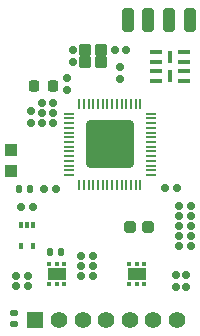
<source format=gbr>
%TF.GenerationSoftware,KiCad,Pcbnew,9.0.0*%
%TF.CreationDate,2025-04-27T20:52:48-05:00*%
%TF.ProjectId,ESP32_S3_CAM,45535033-325f-4533-935f-43414d2e6b69,rev?*%
%TF.SameCoordinates,Original*%
%TF.FileFunction,Soldermask,Top*%
%TF.FilePolarity,Negative*%
%FSLAX46Y46*%
G04 Gerber Fmt 4.6, Leading zero omitted, Abs format (unit mm)*
G04 Created by KiCad (PCBNEW 9.0.0) date 2025-04-27 20:52:48*
%MOMM*%
%LPD*%
G01*
G04 APERTURE LIST*
G04 Aperture macros list*
%AMRoundRect*
0 Rectangle with rounded corners*
0 $1 Rounding radius*
0 $2 $3 $4 $5 $6 $7 $8 $9 X,Y pos of 4 corners*
0 Add a 4 corners polygon primitive as box body*
4,1,4,$2,$3,$4,$5,$6,$7,$8,$9,$2,$3,0*
0 Add four circle primitives for the rounded corners*
1,1,$1+$1,$2,$3*
1,1,$1+$1,$4,$5*
1,1,$1+$1,$6,$7*
1,1,$1+$1,$8,$9*
0 Add four rect primitives between the rounded corners*
20,1,$1+$1,$2,$3,$4,$5,0*
20,1,$1+$1,$4,$5,$6,$7,0*
20,1,$1+$1,$6,$7,$8,$9,0*
20,1,$1+$1,$8,$9,$2,$3,0*%
G04 Aperture macros list end*
%ADD10RoundRect,0.159000X-0.159000X-0.189000X0.159000X-0.189000X0.159000X0.189000X-0.159000X0.189000X0*%
%ADD11RoundRect,0.250000X-0.250000X-0.750000X0.250000X-0.750000X0.250000X0.750000X-0.250000X0.750000X0*%
%ADD12RoundRect,0.159000X0.159000X0.189000X-0.159000X0.189000X-0.159000X-0.189000X0.159000X-0.189000X0*%
%ADD13RoundRect,0.147500X-0.147500X-0.172500X0.147500X-0.172500X0.147500X0.172500X-0.147500X0.172500X0*%
%ADD14RoundRect,0.093750X-0.106250X0.093750X-0.106250X-0.093750X0.106250X-0.093750X0.106250X0.093750X0*%
%ADD15R,1.600000X1.000000*%
%ADD16RoundRect,0.159000X0.189000X-0.159000X0.189000X0.159000X-0.189000X0.159000X-0.189000X-0.159000X0*%
%ADD17R,0.304800X0.533400*%
%ADD18R,0.300000X1.000000*%
%ADD19R,1.000000X0.400000*%
%ADD20RoundRect,0.159000X-0.189000X0.159000X-0.189000X-0.159000X0.189000X-0.159000X0.189000X0.159000X0*%
%ADD21RoundRect,0.147500X0.147500X0.172500X-0.147500X0.172500X-0.147500X-0.172500X0.147500X-0.172500X0*%
%ADD22RoundRect,0.220000X0.220000X0.255000X-0.220000X0.255000X-0.220000X-0.255000X0.220000X-0.255000X0*%
%ADD23R,1.000000X1.000000*%
%ADD24RoundRect,0.147500X-0.172500X0.147500X-0.172500X-0.147500X0.172500X-0.147500X0.172500X0.147500X0*%
%ADD25RoundRect,0.050000X-0.350000X-0.050000X0.350000X-0.050000X0.350000X0.050000X-0.350000X0.050000X0*%
%ADD26RoundRect,0.050000X-0.050000X-0.350000X0.050000X-0.350000X0.050000X0.350000X-0.050000X0.350000X0*%
%ADD27C,0.500000*%
%ADD28RoundRect,0.250000X-1.750000X-1.750000X1.750000X-1.750000X1.750000X1.750000X-1.750000X1.750000X0*%
%ADD29RoundRect,0.102000X-0.425000X-0.375000X0.425000X-0.375000X0.425000X0.375000X-0.425000X0.375000X0*%
%ADD30RoundRect,0.244000X0.244000X0.269000X-0.244000X0.269000X-0.244000X-0.269000X0.244000X-0.269000X0*%
%ADD31R,1.400000X1.400000*%
%ADD32C,1.400000*%
G04 APERTURE END LIST*
D10*
%TO.C,R5*%
X155020000Y-79100000D03*
X156020000Y-79100000D03*
%TD*%
%TO.C,C5*%
X165500000Y-86325000D03*
X166500000Y-86325000D03*
%TD*%
D11*
%TO.C,J7*%
X164076667Y-72080000D03*
%TD*%
D12*
%TO.C,C13*%
X153870000Y-94620000D03*
X152870000Y-94620000D03*
%TD*%
D10*
%TO.C,C16*%
X158370000Y-93746879D03*
X159370000Y-93746879D03*
%TD*%
D13*
%TO.C,D1*%
X155725000Y-91750000D03*
X156695000Y-91750000D03*
%TD*%
D14*
%TO.C,U3*%
X156955000Y-92712500D03*
X156305000Y-92712500D03*
X155655000Y-92712500D03*
X155655000Y-94487500D03*
X156305000Y-94487500D03*
X156955000Y-94487500D03*
D15*
X156305000Y-93600000D03*
%TD*%
D16*
%TO.C,C8*%
X161625000Y-77050000D03*
X161625000Y-76050000D03*
%TD*%
D14*
%TO.C,U4*%
X163730000Y-92712500D03*
X163080000Y-92712500D03*
X162430000Y-92712500D03*
X162430000Y-94487500D03*
X163080000Y-94487500D03*
X163730000Y-94487500D03*
D15*
X163080000Y-93600000D03*
%TD*%
D10*
%TO.C,C3*%
X166700000Y-89510000D03*
X167700000Y-89510000D03*
%TD*%
D17*
%TO.C,U5*%
X154259999Y-89476400D03*
X153760000Y-89476400D03*
X153260001Y-89476400D03*
X153260001Y-91203600D03*
X154259999Y-91203600D03*
%TD*%
D18*
%TO.C,U2*%
X165900000Y-75225000D03*
X165900000Y-76825000D03*
D19*
X164700000Y-74825000D03*
X164700000Y-75625000D03*
X164700000Y-76425000D03*
X164700000Y-77225000D03*
X167100000Y-77225000D03*
X167100000Y-76425000D03*
X167100000Y-75625000D03*
X167100000Y-74825000D03*
%TD*%
D10*
%TO.C,FB2*%
X158370000Y-92896879D03*
X159370000Y-92896879D03*
%TD*%
D20*
%TO.C,R3*%
X166423333Y-93660000D03*
X166423333Y-94660000D03*
%TD*%
D16*
%TO.C,C14*%
X157175000Y-78010000D03*
X157175000Y-77010000D03*
%TD*%
D12*
%TO.C,R9*%
X156230000Y-86400000D03*
X155230000Y-86400000D03*
%TD*%
D10*
%TO.C,C22*%
X153260000Y-87960000D03*
X154260000Y-87960000D03*
%TD*%
%TO.C,C4*%
X166700000Y-88660000D03*
X167700000Y-88660000D03*
%TD*%
D21*
%TO.C,D3*%
X154045000Y-86400000D03*
X153075000Y-86400000D03*
%TD*%
D22*
%TO.C,FB1*%
X155980000Y-77680000D03*
X154400000Y-77680000D03*
%TD*%
D10*
%TO.C,R2*%
X166700000Y-87810000D03*
X167700000Y-87810000D03*
%TD*%
D12*
%TO.C,C12*%
X153870000Y-93770000D03*
X152870000Y-93770000D03*
%TD*%
D10*
%TO.C,C10*%
X166700000Y-91210000D03*
X167700000Y-91210000D03*
%TD*%
D11*
%TO.C,J6*%
X162330000Y-72080000D03*
%TD*%
D23*
%TO.C,J8*%
X152410000Y-84880000D03*
%TD*%
D12*
%TO.C,C19*%
X159370000Y-92050000D03*
X158370000Y-92050000D03*
%TD*%
D24*
%TO.C,D2*%
X152660000Y-96865000D03*
X152660000Y-97835000D03*
%TD*%
D10*
%TO.C,R7*%
X155020000Y-80800000D03*
X156020000Y-80800000D03*
%TD*%
D23*
%TO.C,J9*%
X152410000Y-83140000D03*
%TD*%
D11*
%TO.C,J4*%
X165823333Y-72080000D03*
%TD*%
%TO.C,J5*%
X167570000Y-72080000D03*
%TD*%
D25*
%TO.C,U1*%
X157350000Y-80020000D03*
X157350000Y-80420000D03*
X157350000Y-80820000D03*
X157350000Y-81220000D03*
X157350000Y-81620000D03*
X157350000Y-82020000D03*
X157350000Y-82420000D03*
X157350000Y-82820000D03*
X157350000Y-83220000D03*
X157350000Y-83620000D03*
X157350000Y-84020000D03*
X157350000Y-84420000D03*
X157350000Y-84820000D03*
X157350000Y-85220000D03*
D26*
X158200000Y-86070000D03*
X158600000Y-86070000D03*
X159000000Y-86070000D03*
X159400000Y-86070000D03*
X159800000Y-86070000D03*
X160200000Y-86070000D03*
X160600000Y-86070000D03*
X161000000Y-86070000D03*
X161400000Y-86070000D03*
X161800000Y-86070000D03*
X162200000Y-86070000D03*
X162600000Y-86070000D03*
X163000000Y-86070000D03*
X163400000Y-86070000D03*
D25*
X164250000Y-85220000D03*
X164250000Y-84820000D03*
X164250000Y-84420000D03*
X164250000Y-84020000D03*
X164250000Y-83620000D03*
X164250000Y-83220000D03*
X164250000Y-82820000D03*
X164250000Y-82420000D03*
X164250000Y-82020000D03*
X164250000Y-81620000D03*
X164250000Y-81220000D03*
X164250000Y-80820000D03*
X164250000Y-80420000D03*
X164250000Y-80020000D03*
D26*
X163400000Y-79170000D03*
X163000000Y-79170000D03*
X162600000Y-79170000D03*
X162200000Y-79170000D03*
X161800000Y-79170000D03*
X161400000Y-79170000D03*
X161000000Y-79170000D03*
X160600000Y-79170000D03*
X160200000Y-79170000D03*
X159800000Y-79170000D03*
X159400000Y-79170000D03*
X159000000Y-79170000D03*
X158600000Y-79170000D03*
X158200000Y-79170000D03*
D27*
X159800000Y-81620000D03*
X159800000Y-82620000D03*
X159800000Y-83620000D03*
X160800000Y-81620000D03*
X160800000Y-82620000D03*
D28*
X160800000Y-82620000D03*
D27*
X160800000Y-83620000D03*
X161800000Y-81620000D03*
X161800000Y-82620000D03*
X161800000Y-83620000D03*
%TD*%
D12*
%TO.C,C7*%
X162200000Y-74600000D03*
X161200000Y-74600000D03*
%TD*%
D20*
%TO.C,C6*%
X157650000Y-74650000D03*
X157650000Y-75650000D03*
%TD*%
D10*
%TO.C,R1*%
X166700000Y-90360000D03*
X167700000Y-90360000D03*
%TD*%
D20*
%TO.C,R4*%
X167270000Y-93660000D03*
X167270000Y-94660000D03*
%TD*%
D16*
%TO.C,C23*%
X154170000Y-80800000D03*
X154170000Y-79800000D03*
%TD*%
D29*
%TO.C,Y1*%
X158725000Y-75650000D03*
X160075000Y-75650000D03*
X160075000Y-74600000D03*
X158725000Y-74600000D03*
%TD*%
D30*
%TO.C,C17*%
X164070000Y-89650000D03*
X162510000Y-89650000D03*
%TD*%
D12*
%TO.C,C11*%
X156020000Y-79950000D03*
X155020000Y-79950000D03*
%TD*%
D31*
%TO.C,J2*%
X154500000Y-97470000D03*
D32*
X156500000Y-97470000D03*
X158500000Y-97470000D03*
X160500000Y-97470000D03*
X162500000Y-97470000D03*
X164500000Y-97470000D03*
X166500000Y-97470000D03*
%TD*%
M02*

</source>
